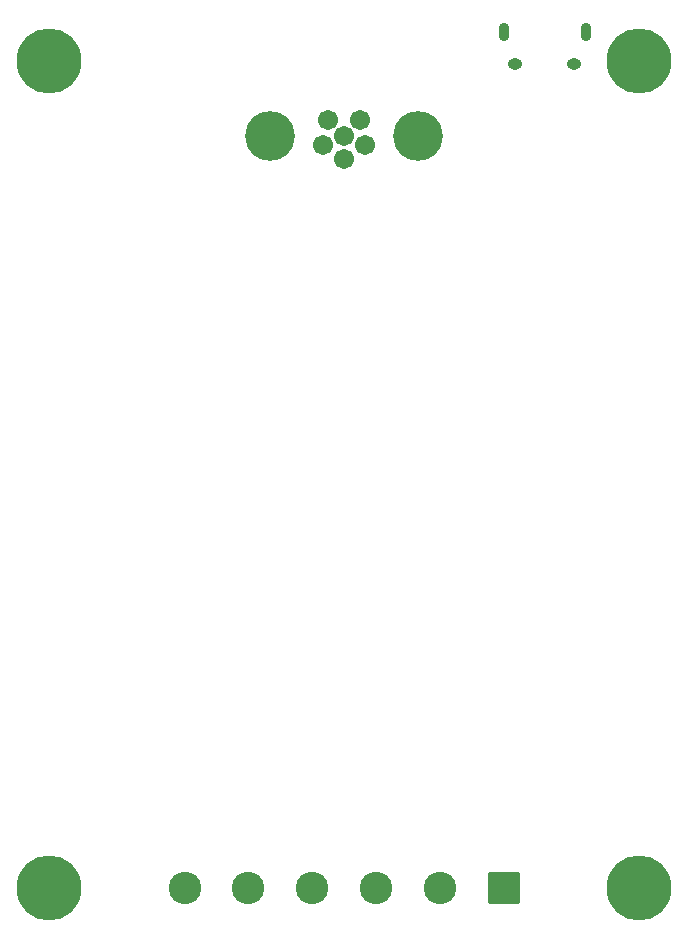
<source format=gbr>
%TF.GenerationSoftware,KiCad,Pcbnew,7.0.7-rc1*%
%TF.CreationDate,2024-03-01T23:28:45-05:00*%
%TF.ProjectId,COMPCBSTATIC,434f4d50-4342-4535-9441-5449432e6b69,rev?*%
%TF.SameCoordinates,Original*%
%TF.FileFunction,Soldermask,Bot*%
%TF.FilePolarity,Negative*%
%FSLAX46Y46*%
G04 Gerber Fmt 4.6, Leading zero omitted, Abs format (unit mm)*
G04 Created by KiCad (PCBNEW 7.0.7-rc1) date 2024-03-01 23:28:45*
%MOMM*%
%LPD*%
G01*
G04 APERTURE LIST*
G04 Aperture macros list*
%AMRoundRect*
0 Rectangle with rounded corners*
0 $1 Rounding radius*
0 $2 $3 $4 $5 $6 $7 $8 $9 X,Y pos of 4 corners*
0 Add a 4 corners polygon primitive as box body*
4,1,4,$2,$3,$4,$5,$6,$7,$8,$9,$2,$3,0*
0 Add four circle primitives for the rounded corners*
1,1,$1+$1,$2,$3*
1,1,$1+$1,$4,$5*
1,1,$1+$1,$6,$7*
1,1,$1+$1,$8,$9*
0 Add four rect primitives between the rounded corners*
20,1,$1+$1,$2,$3,$4,$5,0*
20,1,$1+$1,$4,$5,$6,$7,0*
20,1,$1+$1,$6,$7,$8,$9,0*
20,1,$1+$1,$8,$9,$2,$3,0*%
G04 Aperture macros list end*
%ADD10O,0.890000X1.550000*%
%ADD11O,1.250000X0.950000*%
%ADD12RoundRect,0.250000X1.125000X1.125000X-1.125000X1.125000X-1.125000X-1.125000X1.125000X-1.125000X0*%
%ADD13C,2.750000*%
%ADD14C,5.500000*%
%ADD15C,1.712000*%
%ADD16C,4.220000*%
G04 APERTURE END LIST*
D10*
%TO.C,J2*%
X72500000Y-59500000D03*
D11*
X71500000Y-62200000D03*
X66500000Y-62200000D03*
D10*
X65500000Y-59500000D03*
%TD*%
D12*
%TO.C,J4*%
X65500000Y-132000000D03*
D13*
X60100000Y-132000000D03*
X54700000Y-132000000D03*
X49300000Y-132000000D03*
X43900000Y-132000000D03*
X38500000Y-132000000D03*
%TD*%
D14*
%TO.C,H2*%
X77000000Y-132000000D03*
%TD*%
%TO.C,H1*%
X27000000Y-132000000D03*
%TD*%
D15*
%TO.C,J3*%
X50650000Y-67000000D03*
X53350000Y-67000000D03*
X53750000Y-69090000D03*
X52000000Y-70240000D03*
X50250000Y-69090000D03*
X52000000Y-68340000D03*
D16*
X58250000Y-68340000D03*
X45750000Y-68340000D03*
%TD*%
D14*
%TO.C,H3*%
X27000000Y-62000000D03*
%TD*%
%TO.C,H4*%
X77000000Y-62000000D03*
%TD*%
M02*

</source>
